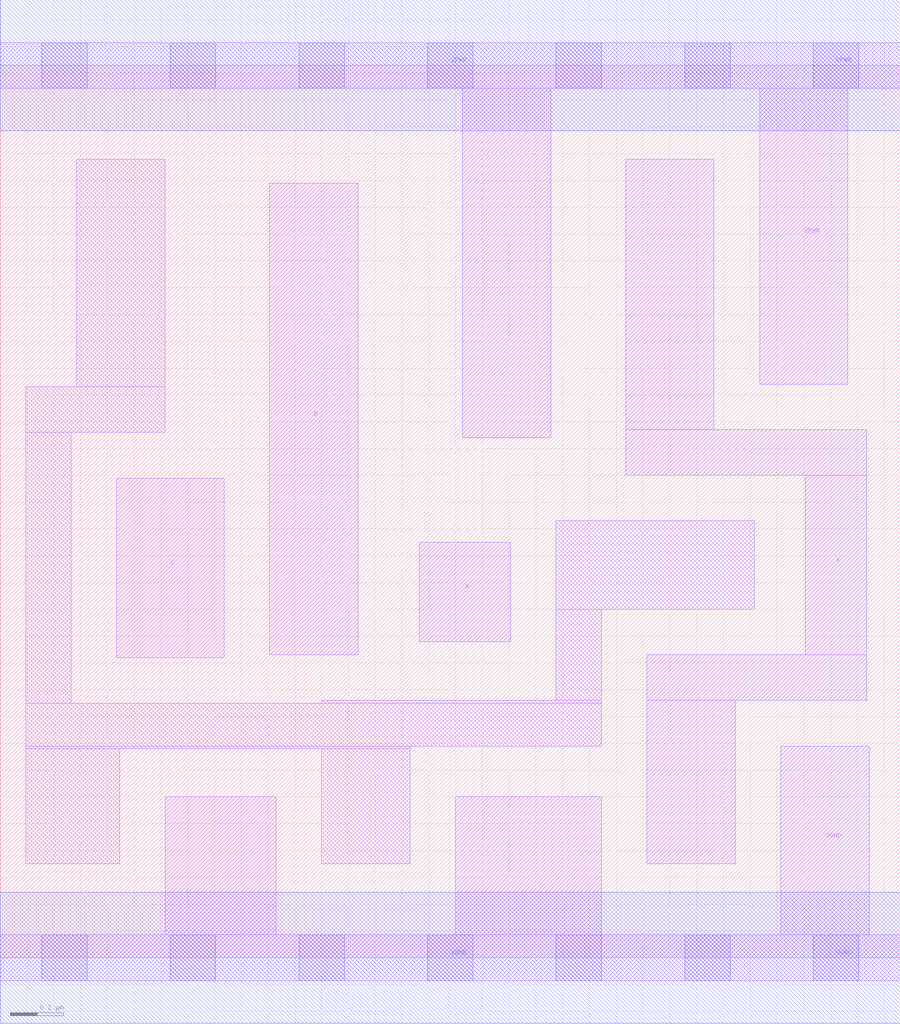
<source format=lef>
# Copyright 2020 The SkyWater PDK Authors
#
# Licensed under the Apache License, Version 2.0 (the "License");
# you may not use this file except in compliance with the License.
# You may obtain a copy of the License at
#
#     https://www.apache.org/licenses/LICENSE-2.0
#
# Unless required by applicable law or agreed to in writing, software
# distributed under the License is distributed on an "AS IS" BASIS,
# WITHOUT WARRANTIES OR CONDITIONS OF ANY KIND, either express or implied.
# See the License for the specific language governing permissions and
# limitations under the License.
#
# SPDX-License-Identifier: Apache-2.0

VERSION 5.7 ;
  NAMESCASESENSITIVE ON ;
  NOWIREEXTENSIONATPIN ON ;
  DIVIDERCHAR "/" ;
  BUSBITCHARS "[]" ;
UNITS
  DATABASE MICRONS 200 ;
END UNITS
MACRO sky130_fd_sc_ls__or3_2
  CLASS CORE ;
  SOURCE USER ;
  FOREIGN sky130_fd_sc_ls__or3_2 ;
  ORIGIN  0.000000  0.000000 ;
  SIZE  3.360000 BY  3.330000 ;
  SYMMETRY X Y ;
  SITE unit ;
  PIN A
    ANTENNAGATEAREA  0.246000 ;
    DIRECTION INPUT ;
    USE SIGNAL ;
    PORT
      LAYER li1 ;
        RECT 1.565000 1.180000 1.905000 1.550000 ;
    END
  END A
  PIN B
    ANTENNAGATEAREA  0.246000 ;
    DIRECTION INPUT ;
    USE SIGNAL ;
    PORT
      LAYER li1 ;
        RECT 1.005000 1.130000 1.335000 2.890000 ;
    END
  END B
  PIN C
    ANTENNAGATEAREA  0.246000 ;
    DIRECTION INPUT ;
    USE SIGNAL ;
    PORT
      LAYER li1 ;
        RECT 0.435000 1.120000 0.835000 1.790000 ;
    END
  END C
  PIN X
    ANTENNADIFFAREA  0.543200 ;
    DIRECTION OUTPUT ;
    USE SIGNAL ;
    PORT
      LAYER li1 ;
        RECT 2.335000 1.800000 3.235000 1.970000 ;
        RECT 2.335000 1.970000 2.665000 2.980000 ;
        RECT 2.415000 0.350000 2.745000 0.960000 ;
        RECT 2.415000 0.960000 3.235000 1.130000 ;
        RECT 3.005000 1.130000 3.235000 1.800000 ;
    END
  END X
  PIN VGND
    DIRECTION INOUT ;
    SHAPE ABUTMENT ;
    USE GROUND ;
    PORT
      LAYER li1 ;
        RECT 0.000000 -0.085000 3.360000 0.085000 ;
        RECT 0.615000  0.085000 1.030000 0.600000 ;
        RECT 1.700000  0.085000 2.245000 0.600000 ;
        RECT 2.915000  0.085000 3.245000 0.790000 ;
      LAYER mcon ;
        RECT 0.155000 -0.085000 0.325000 0.085000 ;
        RECT 0.635000 -0.085000 0.805000 0.085000 ;
        RECT 1.115000 -0.085000 1.285000 0.085000 ;
        RECT 1.595000 -0.085000 1.765000 0.085000 ;
        RECT 2.075000 -0.085000 2.245000 0.085000 ;
        RECT 2.555000 -0.085000 2.725000 0.085000 ;
        RECT 3.035000 -0.085000 3.205000 0.085000 ;
      LAYER met1 ;
        RECT 0.000000 -0.245000 3.360000 0.245000 ;
    END
  END VGND
  PIN VPWR
    DIRECTION INOUT ;
    SHAPE ABUTMENT ;
    USE POWER ;
    PORT
      LAYER li1 ;
        RECT 0.000000 3.245000 3.360000 3.415000 ;
        RECT 1.725000 1.940000 2.055000 3.245000 ;
        RECT 2.835000 2.140000 3.165000 3.245000 ;
      LAYER mcon ;
        RECT 0.155000 3.245000 0.325000 3.415000 ;
        RECT 0.635000 3.245000 0.805000 3.415000 ;
        RECT 1.115000 3.245000 1.285000 3.415000 ;
        RECT 1.595000 3.245000 1.765000 3.415000 ;
        RECT 2.075000 3.245000 2.245000 3.415000 ;
        RECT 2.555000 3.245000 2.725000 3.415000 ;
        RECT 3.035000 3.245000 3.205000 3.415000 ;
      LAYER met1 ;
        RECT 0.000000 3.085000 3.360000 3.575000 ;
    END
  END VPWR
  OBS
    LAYER li1 ;
      RECT 0.095000 0.350000 0.445000 0.780000 ;
      RECT 0.095000 0.780000 1.530000 0.790000 ;
      RECT 0.095000 0.790000 2.245000 0.950000 ;
      RECT 0.095000 0.950000 0.265000 1.960000 ;
      RECT 0.095000 1.960000 0.615000 2.130000 ;
      RECT 0.285000 2.130000 0.615000 2.980000 ;
      RECT 1.200000 0.350000 1.530000 0.780000 ;
      RECT 1.200000 0.950000 2.245000 0.960000 ;
      RECT 2.075000 0.960000 2.245000 1.300000 ;
      RECT 2.075000 1.300000 2.815000 1.630000 ;
  END
END sky130_fd_sc_ls__or3_2

</source>
